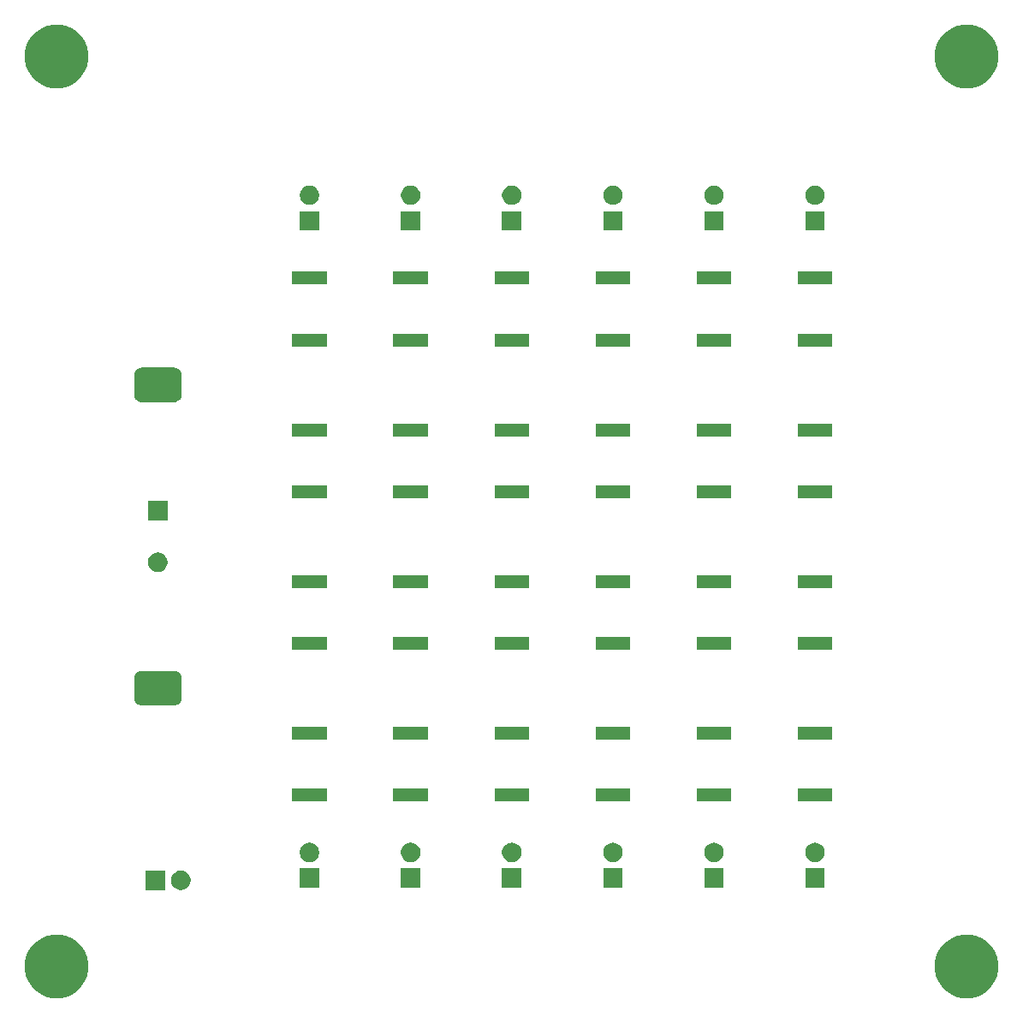
<source format=gts>
G04 #@! TF.GenerationSoftware,KiCad,Pcbnew,5.1.4-e60b266~84~ubuntu18.04.1*
G04 #@! TF.CreationDate,2019-09-12T23:07:35+01:00*
G04 #@! TF.ProjectId,load,6c6f6164-2e6b-4696-9361-645f70636258,rev?*
G04 #@! TF.SameCoordinates,Original*
G04 #@! TF.FileFunction,Soldermask,Top*
G04 #@! TF.FilePolarity,Negative*
%FSLAX46Y46*%
G04 Gerber Fmt 4.6, Leading zero omitted, Abs format (unit mm)*
G04 Created by KiCad (PCBNEW 5.1.4-e60b266~84~ubuntu18.04.1) date 2019-09-12 23:07:35*
%MOMM*%
%LPD*%
G04 APERTURE LIST*
%ADD10C,0.100000*%
G04 APERTURE END LIST*
D10*
G36*
X140396849Y-136867226D02*
G01*
X140918821Y-136971052D01*
X141492085Y-137208506D01*
X142008008Y-137553235D01*
X142446765Y-137991992D01*
X142791494Y-138507915D01*
X143028948Y-139081179D01*
X143150000Y-139689752D01*
X143150000Y-140310248D01*
X143028948Y-140918821D01*
X142791494Y-141492085D01*
X142446765Y-142008008D01*
X142008008Y-142446765D01*
X141492085Y-142791494D01*
X140918821Y-143028948D01*
X140396849Y-143132774D01*
X140310249Y-143150000D01*
X139689751Y-143150000D01*
X139603151Y-143132774D01*
X139081179Y-143028948D01*
X138507915Y-142791494D01*
X137991992Y-142446765D01*
X137553235Y-142008008D01*
X137208506Y-141492085D01*
X136971052Y-140918821D01*
X136850000Y-140310248D01*
X136850000Y-139689752D01*
X136971052Y-139081179D01*
X137208506Y-138507915D01*
X137553235Y-137991992D01*
X137991992Y-137553235D01*
X138507915Y-137208506D01*
X139081179Y-136971052D01*
X139603151Y-136867226D01*
X139689751Y-136850000D01*
X140310249Y-136850000D01*
X140396849Y-136867226D01*
X140396849Y-136867226D01*
G37*
G36*
X50396849Y-136867226D02*
G01*
X50918821Y-136971052D01*
X51492085Y-137208506D01*
X52008008Y-137553235D01*
X52446765Y-137991992D01*
X52791494Y-138507915D01*
X53028948Y-139081179D01*
X53150000Y-139689752D01*
X53150000Y-140310248D01*
X53028948Y-140918821D01*
X52791494Y-141492085D01*
X52446765Y-142008008D01*
X52008008Y-142446765D01*
X51492085Y-142791494D01*
X50918821Y-143028948D01*
X50396849Y-143132774D01*
X50310249Y-143150000D01*
X49689751Y-143150000D01*
X49603151Y-143132774D01*
X49081179Y-143028948D01*
X48507915Y-142791494D01*
X47991992Y-142446765D01*
X47553235Y-142008008D01*
X47208506Y-141492085D01*
X46971052Y-140918821D01*
X46850000Y-140310248D01*
X46850000Y-139689752D01*
X46971052Y-139081179D01*
X47208506Y-138507915D01*
X47553235Y-137991992D01*
X47991992Y-137553235D01*
X48507915Y-137208506D01*
X49081179Y-136971052D01*
X49603151Y-136867226D01*
X49689751Y-136850000D01*
X50310249Y-136850000D01*
X50396849Y-136867226D01*
X50396849Y-136867226D01*
G37*
G36*
X62457287Y-130558446D02*
G01*
X62550022Y-130576892D01*
X62724731Y-130649259D01*
X62881964Y-130754319D01*
X63015681Y-130888036D01*
X63120741Y-131045269D01*
X63193108Y-131219978D01*
X63230000Y-131405448D01*
X63230000Y-131594552D01*
X63193108Y-131780022D01*
X63120741Y-131954731D01*
X63015681Y-132111964D01*
X62881964Y-132245681D01*
X62724731Y-132350741D01*
X62550022Y-132423108D01*
X62457287Y-132441554D01*
X62364553Y-132460000D01*
X62175447Y-132460000D01*
X62082713Y-132441554D01*
X61989978Y-132423108D01*
X61815269Y-132350741D01*
X61658036Y-132245681D01*
X61524319Y-132111964D01*
X61419259Y-131954731D01*
X61346892Y-131780022D01*
X61310000Y-131594552D01*
X61310000Y-131405448D01*
X61346892Y-131219978D01*
X61419259Y-131045269D01*
X61524319Y-130888036D01*
X61658036Y-130754319D01*
X61815269Y-130649259D01*
X61989978Y-130576892D01*
X62082713Y-130558446D01*
X62175447Y-130540000D01*
X62364553Y-130540000D01*
X62457287Y-130558446D01*
X62457287Y-130558446D01*
G37*
G36*
X60690000Y-132460000D02*
G01*
X58770000Y-132460000D01*
X58770000Y-130540000D01*
X60690000Y-130540000D01*
X60690000Y-132460000D01*
X60690000Y-132460000D01*
G37*
G36*
X95960000Y-132230000D02*
G01*
X94040000Y-132230000D01*
X94040000Y-130310000D01*
X95960000Y-130310000D01*
X95960000Y-132230000D01*
X95960000Y-132230000D01*
G37*
G36*
X115960000Y-132230000D02*
G01*
X114040000Y-132230000D01*
X114040000Y-130310000D01*
X115960000Y-130310000D01*
X115960000Y-132230000D01*
X115960000Y-132230000D01*
G37*
G36*
X125960000Y-132230000D02*
G01*
X124040000Y-132230000D01*
X124040000Y-130310000D01*
X125960000Y-130310000D01*
X125960000Y-132230000D01*
X125960000Y-132230000D01*
G37*
G36*
X75960000Y-132230000D02*
G01*
X74040000Y-132230000D01*
X74040000Y-130310000D01*
X75960000Y-130310000D01*
X75960000Y-132230000D01*
X75960000Y-132230000D01*
G37*
G36*
X105960000Y-132230000D02*
G01*
X104040000Y-132230000D01*
X104040000Y-130310000D01*
X105960000Y-130310000D01*
X105960000Y-132230000D01*
X105960000Y-132230000D01*
G37*
G36*
X85960000Y-132230000D02*
G01*
X84040000Y-132230000D01*
X84040000Y-130310000D01*
X85960000Y-130310000D01*
X85960000Y-132230000D01*
X85960000Y-132230000D01*
G37*
G36*
X95187287Y-127788446D02*
G01*
X95280022Y-127806892D01*
X95454731Y-127879259D01*
X95611964Y-127984319D01*
X95745681Y-128118036D01*
X95850741Y-128275269D01*
X95923108Y-128449978D01*
X95960000Y-128635448D01*
X95960000Y-128824552D01*
X95923108Y-129010022D01*
X95850741Y-129184731D01*
X95745681Y-129341964D01*
X95611964Y-129475681D01*
X95454731Y-129580741D01*
X95280022Y-129653108D01*
X95187287Y-129671554D01*
X95094553Y-129690000D01*
X94905447Y-129690000D01*
X94812713Y-129671554D01*
X94719978Y-129653108D01*
X94545269Y-129580741D01*
X94388036Y-129475681D01*
X94254319Y-129341964D01*
X94149259Y-129184731D01*
X94076892Y-129010022D01*
X94040000Y-128824552D01*
X94040000Y-128635448D01*
X94076892Y-128449978D01*
X94149259Y-128275269D01*
X94254319Y-128118036D01*
X94388036Y-127984319D01*
X94545269Y-127879259D01*
X94719978Y-127806892D01*
X94812713Y-127788446D01*
X94905447Y-127770000D01*
X95094553Y-127770000D01*
X95187287Y-127788446D01*
X95187287Y-127788446D01*
G37*
G36*
X85187287Y-127788446D02*
G01*
X85280022Y-127806892D01*
X85454731Y-127879259D01*
X85611964Y-127984319D01*
X85745681Y-128118036D01*
X85850741Y-128275269D01*
X85923108Y-128449978D01*
X85960000Y-128635448D01*
X85960000Y-128824552D01*
X85923108Y-129010022D01*
X85850741Y-129184731D01*
X85745681Y-129341964D01*
X85611964Y-129475681D01*
X85454731Y-129580741D01*
X85280022Y-129653108D01*
X85187287Y-129671554D01*
X85094553Y-129690000D01*
X84905447Y-129690000D01*
X84812713Y-129671554D01*
X84719978Y-129653108D01*
X84545269Y-129580741D01*
X84388036Y-129475681D01*
X84254319Y-129341964D01*
X84149259Y-129184731D01*
X84076892Y-129010022D01*
X84040000Y-128824552D01*
X84040000Y-128635448D01*
X84076892Y-128449978D01*
X84149259Y-128275269D01*
X84254319Y-128118036D01*
X84388036Y-127984319D01*
X84545269Y-127879259D01*
X84719978Y-127806892D01*
X84812713Y-127788446D01*
X84905447Y-127770000D01*
X85094553Y-127770000D01*
X85187287Y-127788446D01*
X85187287Y-127788446D01*
G37*
G36*
X105187287Y-127788446D02*
G01*
X105280022Y-127806892D01*
X105454731Y-127879259D01*
X105611964Y-127984319D01*
X105745681Y-128118036D01*
X105850741Y-128275269D01*
X105923108Y-128449978D01*
X105960000Y-128635448D01*
X105960000Y-128824552D01*
X105923108Y-129010022D01*
X105850741Y-129184731D01*
X105745681Y-129341964D01*
X105611964Y-129475681D01*
X105454731Y-129580741D01*
X105280022Y-129653108D01*
X105187287Y-129671554D01*
X105094553Y-129690000D01*
X104905447Y-129690000D01*
X104812713Y-129671554D01*
X104719978Y-129653108D01*
X104545269Y-129580741D01*
X104388036Y-129475681D01*
X104254319Y-129341964D01*
X104149259Y-129184731D01*
X104076892Y-129010022D01*
X104040000Y-128824552D01*
X104040000Y-128635448D01*
X104076892Y-128449978D01*
X104149259Y-128275269D01*
X104254319Y-128118036D01*
X104388036Y-127984319D01*
X104545269Y-127879259D01*
X104719978Y-127806892D01*
X104812713Y-127788446D01*
X104905447Y-127770000D01*
X105094553Y-127770000D01*
X105187287Y-127788446D01*
X105187287Y-127788446D01*
G37*
G36*
X75187287Y-127788446D02*
G01*
X75280022Y-127806892D01*
X75454731Y-127879259D01*
X75611964Y-127984319D01*
X75745681Y-128118036D01*
X75850741Y-128275269D01*
X75923108Y-128449978D01*
X75960000Y-128635448D01*
X75960000Y-128824552D01*
X75923108Y-129010022D01*
X75850741Y-129184731D01*
X75745681Y-129341964D01*
X75611964Y-129475681D01*
X75454731Y-129580741D01*
X75280022Y-129653108D01*
X75187287Y-129671554D01*
X75094553Y-129690000D01*
X74905447Y-129690000D01*
X74812713Y-129671554D01*
X74719978Y-129653108D01*
X74545269Y-129580741D01*
X74388036Y-129475681D01*
X74254319Y-129341964D01*
X74149259Y-129184731D01*
X74076892Y-129010022D01*
X74040000Y-128824552D01*
X74040000Y-128635448D01*
X74076892Y-128449978D01*
X74149259Y-128275269D01*
X74254319Y-128118036D01*
X74388036Y-127984319D01*
X74545269Y-127879259D01*
X74719978Y-127806892D01*
X74812713Y-127788446D01*
X74905447Y-127770000D01*
X75094553Y-127770000D01*
X75187287Y-127788446D01*
X75187287Y-127788446D01*
G37*
G36*
X125187287Y-127788446D02*
G01*
X125280022Y-127806892D01*
X125454731Y-127879259D01*
X125611964Y-127984319D01*
X125745681Y-128118036D01*
X125850741Y-128275269D01*
X125923108Y-128449978D01*
X125960000Y-128635448D01*
X125960000Y-128824552D01*
X125923108Y-129010022D01*
X125850741Y-129184731D01*
X125745681Y-129341964D01*
X125611964Y-129475681D01*
X125454731Y-129580741D01*
X125280022Y-129653108D01*
X125187287Y-129671554D01*
X125094553Y-129690000D01*
X124905447Y-129690000D01*
X124812713Y-129671554D01*
X124719978Y-129653108D01*
X124545269Y-129580741D01*
X124388036Y-129475681D01*
X124254319Y-129341964D01*
X124149259Y-129184731D01*
X124076892Y-129010022D01*
X124040000Y-128824552D01*
X124040000Y-128635448D01*
X124076892Y-128449978D01*
X124149259Y-128275269D01*
X124254319Y-128118036D01*
X124388036Y-127984319D01*
X124545269Y-127879259D01*
X124719978Y-127806892D01*
X124812713Y-127788446D01*
X124905447Y-127770000D01*
X125094553Y-127770000D01*
X125187287Y-127788446D01*
X125187287Y-127788446D01*
G37*
G36*
X115187287Y-127788446D02*
G01*
X115280022Y-127806892D01*
X115454731Y-127879259D01*
X115611964Y-127984319D01*
X115745681Y-128118036D01*
X115850741Y-128275269D01*
X115923108Y-128449978D01*
X115960000Y-128635448D01*
X115960000Y-128824552D01*
X115923108Y-129010022D01*
X115850741Y-129184731D01*
X115745681Y-129341964D01*
X115611964Y-129475681D01*
X115454731Y-129580741D01*
X115280022Y-129653108D01*
X115187287Y-129671554D01*
X115094553Y-129690000D01*
X114905447Y-129690000D01*
X114812713Y-129671554D01*
X114719978Y-129653108D01*
X114545269Y-129580741D01*
X114388036Y-129475681D01*
X114254319Y-129341964D01*
X114149259Y-129184731D01*
X114076892Y-129010022D01*
X114040000Y-128824552D01*
X114040000Y-128635448D01*
X114076892Y-128449978D01*
X114149259Y-128275269D01*
X114254319Y-128118036D01*
X114388036Y-127984319D01*
X114545269Y-127879259D01*
X114719978Y-127806892D01*
X114812713Y-127788446D01*
X114905447Y-127770000D01*
X115094553Y-127770000D01*
X115187287Y-127788446D01*
X115187287Y-127788446D01*
G37*
G36*
X116710000Y-123685000D02*
G01*
X113290000Y-123685000D01*
X113290000Y-122415000D01*
X116710000Y-122415000D01*
X116710000Y-123685000D01*
X116710000Y-123685000D01*
G37*
G36*
X126710000Y-123685000D02*
G01*
X123290000Y-123685000D01*
X123290000Y-122415000D01*
X126710000Y-122415000D01*
X126710000Y-123685000D01*
X126710000Y-123685000D01*
G37*
G36*
X106710000Y-123685000D02*
G01*
X103290000Y-123685000D01*
X103290000Y-122415000D01*
X106710000Y-122415000D01*
X106710000Y-123685000D01*
X106710000Y-123685000D01*
G37*
G36*
X96710000Y-123685000D02*
G01*
X93290000Y-123685000D01*
X93290000Y-122415000D01*
X96710000Y-122415000D01*
X96710000Y-123685000D01*
X96710000Y-123685000D01*
G37*
G36*
X86710000Y-123685000D02*
G01*
X83290000Y-123685000D01*
X83290000Y-122415000D01*
X86710000Y-122415000D01*
X86710000Y-123685000D01*
X86710000Y-123685000D01*
G37*
G36*
X76710000Y-123685000D02*
G01*
X73290000Y-123685000D01*
X73290000Y-122415000D01*
X76710000Y-122415000D01*
X76710000Y-123685000D01*
X76710000Y-123685000D01*
G37*
G36*
X126710000Y-117585000D02*
G01*
X123290000Y-117585000D01*
X123290000Y-116315000D01*
X126710000Y-116315000D01*
X126710000Y-117585000D01*
X126710000Y-117585000D01*
G37*
G36*
X76710000Y-117585000D02*
G01*
X73290000Y-117585000D01*
X73290000Y-116315000D01*
X76710000Y-116315000D01*
X76710000Y-117585000D01*
X76710000Y-117585000D01*
G37*
G36*
X86710000Y-117585000D02*
G01*
X83290000Y-117585000D01*
X83290000Y-116315000D01*
X86710000Y-116315000D01*
X86710000Y-117585000D01*
X86710000Y-117585000D01*
G37*
G36*
X106710000Y-117585000D02*
G01*
X103290000Y-117585000D01*
X103290000Y-116315000D01*
X106710000Y-116315000D01*
X106710000Y-117585000D01*
X106710000Y-117585000D01*
G37*
G36*
X116710000Y-117585000D02*
G01*
X113290000Y-117585000D01*
X113290000Y-116315000D01*
X116710000Y-116315000D01*
X116710000Y-117585000D01*
X116710000Y-117585000D01*
G37*
G36*
X96710000Y-117585000D02*
G01*
X93290000Y-117585000D01*
X93290000Y-116315000D01*
X96710000Y-116315000D01*
X96710000Y-117585000D01*
X96710000Y-117585000D01*
G37*
G36*
X61721989Y-110805820D02*
G01*
X61870548Y-110850885D01*
X62007452Y-110924062D01*
X62127455Y-111022545D01*
X62225938Y-111142548D01*
X62299115Y-111279452D01*
X62344180Y-111428011D01*
X62360000Y-111588640D01*
X62360000Y-113411360D01*
X62344180Y-113571989D01*
X62299115Y-113720548D01*
X62225938Y-113857452D01*
X62127455Y-113977455D01*
X62007452Y-114075938D01*
X61870548Y-114149115D01*
X61721989Y-114194180D01*
X61561360Y-114210000D01*
X58438640Y-114210000D01*
X58278011Y-114194180D01*
X58129452Y-114149115D01*
X57992548Y-114075938D01*
X57872545Y-113977455D01*
X57774062Y-113857452D01*
X57700885Y-113720548D01*
X57655820Y-113571989D01*
X57640000Y-113411360D01*
X57640000Y-111588640D01*
X57655820Y-111428011D01*
X57700885Y-111279452D01*
X57774062Y-111142548D01*
X57872545Y-111022545D01*
X57992548Y-110924062D01*
X58129452Y-110850885D01*
X58278011Y-110805820D01*
X58438640Y-110790000D01*
X61561360Y-110790000D01*
X61721989Y-110805820D01*
X61721989Y-110805820D01*
G37*
G36*
X86710000Y-108685000D02*
G01*
X83290000Y-108685000D01*
X83290000Y-107415000D01*
X86710000Y-107415000D01*
X86710000Y-108685000D01*
X86710000Y-108685000D01*
G37*
G36*
X76710000Y-108685000D02*
G01*
X73290000Y-108685000D01*
X73290000Y-107415000D01*
X76710000Y-107415000D01*
X76710000Y-108685000D01*
X76710000Y-108685000D01*
G37*
G36*
X96710000Y-108685000D02*
G01*
X93290000Y-108685000D01*
X93290000Y-107415000D01*
X96710000Y-107415000D01*
X96710000Y-108685000D01*
X96710000Y-108685000D01*
G37*
G36*
X106710000Y-108685000D02*
G01*
X103290000Y-108685000D01*
X103290000Y-107415000D01*
X106710000Y-107415000D01*
X106710000Y-108685000D01*
X106710000Y-108685000D01*
G37*
G36*
X116710000Y-108685000D02*
G01*
X113290000Y-108685000D01*
X113290000Y-107415000D01*
X116710000Y-107415000D01*
X116710000Y-108685000D01*
X116710000Y-108685000D01*
G37*
G36*
X126710000Y-108685000D02*
G01*
X123290000Y-108685000D01*
X123290000Y-107415000D01*
X126710000Y-107415000D01*
X126710000Y-108685000D01*
X126710000Y-108685000D01*
G37*
G36*
X126710000Y-102585000D02*
G01*
X123290000Y-102585000D01*
X123290000Y-101315000D01*
X126710000Y-101315000D01*
X126710000Y-102585000D01*
X126710000Y-102585000D01*
G37*
G36*
X116710000Y-102585000D02*
G01*
X113290000Y-102585000D01*
X113290000Y-101315000D01*
X116710000Y-101315000D01*
X116710000Y-102585000D01*
X116710000Y-102585000D01*
G37*
G36*
X106710000Y-102585000D02*
G01*
X103290000Y-102585000D01*
X103290000Y-101315000D01*
X106710000Y-101315000D01*
X106710000Y-102585000D01*
X106710000Y-102585000D01*
G37*
G36*
X96710000Y-102585000D02*
G01*
X93290000Y-102585000D01*
X93290000Y-101315000D01*
X96710000Y-101315000D01*
X96710000Y-102585000D01*
X96710000Y-102585000D01*
G37*
G36*
X86710000Y-102585000D02*
G01*
X83290000Y-102585000D01*
X83290000Y-101315000D01*
X86710000Y-101315000D01*
X86710000Y-102585000D01*
X86710000Y-102585000D01*
G37*
G36*
X76710000Y-102585000D02*
G01*
X73290000Y-102585000D01*
X73290000Y-101315000D01*
X76710000Y-101315000D01*
X76710000Y-102585000D01*
X76710000Y-102585000D01*
G37*
G36*
X60187287Y-99098446D02*
G01*
X60280022Y-99116892D01*
X60454731Y-99189259D01*
X60611964Y-99294319D01*
X60745681Y-99428036D01*
X60850741Y-99585269D01*
X60923108Y-99759978D01*
X60960000Y-99945448D01*
X60960000Y-100134552D01*
X60923108Y-100320022D01*
X60850741Y-100494731D01*
X60745681Y-100651964D01*
X60611964Y-100785681D01*
X60454731Y-100890741D01*
X60280022Y-100963108D01*
X60187287Y-100981554D01*
X60094553Y-101000000D01*
X59905447Y-101000000D01*
X59812713Y-100981554D01*
X59719978Y-100963108D01*
X59545269Y-100890741D01*
X59388036Y-100785681D01*
X59254319Y-100651964D01*
X59149259Y-100494731D01*
X59076892Y-100320022D01*
X59040000Y-100134552D01*
X59040000Y-99945448D01*
X59076892Y-99759978D01*
X59149259Y-99585269D01*
X59254319Y-99428036D01*
X59388036Y-99294319D01*
X59545269Y-99189259D01*
X59719978Y-99116892D01*
X59812713Y-99098446D01*
X59905447Y-99080000D01*
X60094553Y-99080000D01*
X60187287Y-99098446D01*
X60187287Y-99098446D01*
G37*
G36*
X60960000Y-95920000D02*
G01*
X59040000Y-95920000D01*
X59040000Y-94000000D01*
X60960000Y-94000000D01*
X60960000Y-95920000D01*
X60960000Y-95920000D01*
G37*
G36*
X96710000Y-93685000D02*
G01*
X93290000Y-93685000D01*
X93290000Y-92415000D01*
X96710000Y-92415000D01*
X96710000Y-93685000D01*
X96710000Y-93685000D01*
G37*
G36*
X116710000Y-93685000D02*
G01*
X113290000Y-93685000D01*
X113290000Y-92415000D01*
X116710000Y-92415000D01*
X116710000Y-93685000D01*
X116710000Y-93685000D01*
G37*
G36*
X86710000Y-93685000D02*
G01*
X83290000Y-93685000D01*
X83290000Y-92415000D01*
X86710000Y-92415000D01*
X86710000Y-93685000D01*
X86710000Y-93685000D01*
G37*
G36*
X76710000Y-93685000D02*
G01*
X73290000Y-93685000D01*
X73290000Y-92415000D01*
X76710000Y-92415000D01*
X76710000Y-93685000D01*
X76710000Y-93685000D01*
G37*
G36*
X126710000Y-93685000D02*
G01*
X123290000Y-93685000D01*
X123290000Y-92415000D01*
X126710000Y-92415000D01*
X126710000Y-93685000D01*
X126710000Y-93685000D01*
G37*
G36*
X106710000Y-93685000D02*
G01*
X103290000Y-93685000D01*
X103290000Y-92415000D01*
X106710000Y-92415000D01*
X106710000Y-93685000D01*
X106710000Y-93685000D01*
G37*
G36*
X96710000Y-87585000D02*
G01*
X93290000Y-87585000D01*
X93290000Y-86315000D01*
X96710000Y-86315000D01*
X96710000Y-87585000D01*
X96710000Y-87585000D01*
G37*
G36*
X86710000Y-87585000D02*
G01*
X83290000Y-87585000D01*
X83290000Y-86315000D01*
X86710000Y-86315000D01*
X86710000Y-87585000D01*
X86710000Y-87585000D01*
G37*
G36*
X126710000Y-87585000D02*
G01*
X123290000Y-87585000D01*
X123290000Y-86315000D01*
X126710000Y-86315000D01*
X126710000Y-87585000D01*
X126710000Y-87585000D01*
G37*
G36*
X76710000Y-87585000D02*
G01*
X73290000Y-87585000D01*
X73290000Y-86315000D01*
X76710000Y-86315000D01*
X76710000Y-87585000D01*
X76710000Y-87585000D01*
G37*
G36*
X106710000Y-87585000D02*
G01*
X103290000Y-87585000D01*
X103290000Y-86315000D01*
X106710000Y-86315000D01*
X106710000Y-87585000D01*
X106710000Y-87585000D01*
G37*
G36*
X116710000Y-87585000D02*
G01*
X113290000Y-87585000D01*
X113290000Y-86315000D01*
X116710000Y-86315000D01*
X116710000Y-87585000D01*
X116710000Y-87585000D01*
G37*
G36*
X61721989Y-80805820D02*
G01*
X61870548Y-80850885D01*
X62007452Y-80924062D01*
X62127455Y-81022545D01*
X62225938Y-81142548D01*
X62299115Y-81279452D01*
X62344180Y-81428011D01*
X62360000Y-81588640D01*
X62360000Y-83411360D01*
X62344180Y-83571989D01*
X62299115Y-83720548D01*
X62225938Y-83857452D01*
X62127455Y-83977455D01*
X62007452Y-84075938D01*
X61870548Y-84149115D01*
X61721989Y-84194180D01*
X61561360Y-84210000D01*
X58438640Y-84210000D01*
X58278011Y-84194180D01*
X58129452Y-84149115D01*
X57992548Y-84075938D01*
X57872545Y-83977455D01*
X57774062Y-83857452D01*
X57700885Y-83720548D01*
X57655820Y-83571989D01*
X57640000Y-83411360D01*
X57640000Y-81588640D01*
X57655820Y-81428011D01*
X57700885Y-81279452D01*
X57774062Y-81142548D01*
X57872545Y-81022545D01*
X57992548Y-80924062D01*
X58129452Y-80850885D01*
X58278011Y-80805820D01*
X58438640Y-80790000D01*
X61561360Y-80790000D01*
X61721989Y-80805820D01*
X61721989Y-80805820D01*
G37*
G36*
X116710000Y-78685000D02*
G01*
X113290000Y-78685000D01*
X113290000Y-77415000D01*
X116710000Y-77415000D01*
X116710000Y-78685000D01*
X116710000Y-78685000D01*
G37*
G36*
X106710000Y-78685000D02*
G01*
X103290000Y-78685000D01*
X103290000Y-77415000D01*
X106710000Y-77415000D01*
X106710000Y-78685000D01*
X106710000Y-78685000D01*
G37*
G36*
X96710000Y-78685000D02*
G01*
X93290000Y-78685000D01*
X93290000Y-77415000D01*
X96710000Y-77415000D01*
X96710000Y-78685000D01*
X96710000Y-78685000D01*
G37*
G36*
X76710000Y-78685000D02*
G01*
X73290000Y-78685000D01*
X73290000Y-77415000D01*
X76710000Y-77415000D01*
X76710000Y-78685000D01*
X76710000Y-78685000D01*
G37*
G36*
X86710000Y-78685000D02*
G01*
X83290000Y-78685000D01*
X83290000Y-77415000D01*
X86710000Y-77415000D01*
X86710000Y-78685000D01*
X86710000Y-78685000D01*
G37*
G36*
X126710000Y-78685000D02*
G01*
X123290000Y-78685000D01*
X123290000Y-77415000D01*
X126710000Y-77415000D01*
X126710000Y-78685000D01*
X126710000Y-78685000D01*
G37*
G36*
X106710000Y-72585000D02*
G01*
X103290000Y-72585000D01*
X103290000Y-71315000D01*
X106710000Y-71315000D01*
X106710000Y-72585000D01*
X106710000Y-72585000D01*
G37*
G36*
X126710000Y-72585000D02*
G01*
X123290000Y-72585000D01*
X123290000Y-71315000D01*
X126710000Y-71315000D01*
X126710000Y-72585000D01*
X126710000Y-72585000D01*
G37*
G36*
X116710000Y-72585000D02*
G01*
X113290000Y-72585000D01*
X113290000Y-71315000D01*
X116710000Y-71315000D01*
X116710000Y-72585000D01*
X116710000Y-72585000D01*
G37*
G36*
X86710000Y-72585000D02*
G01*
X83290000Y-72585000D01*
X83290000Y-71315000D01*
X86710000Y-71315000D01*
X86710000Y-72585000D01*
X86710000Y-72585000D01*
G37*
G36*
X96710000Y-72585000D02*
G01*
X93290000Y-72585000D01*
X93290000Y-71315000D01*
X96710000Y-71315000D01*
X96710000Y-72585000D01*
X96710000Y-72585000D01*
G37*
G36*
X76710000Y-72585000D02*
G01*
X73290000Y-72585000D01*
X73290000Y-71315000D01*
X76710000Y-71315000D01*
X76710000Y-72585000D01*
X76710000Y-72585000D01*
G37*
G36*
X125960000Y-67230000D02*
G01*
X124040000Y-67230000D01*
X124040000Y-65310000D01*
X125960000Y-65310000D01*
X125960000Y-67230000D01*
X125960000Y-67230000D01*
G37*
G36*
X115960000Y-67230000D02*
G01*
X114040000Y-67230000D01*
X114040000Y-65310000D01*
X115960000Y-65310000D01*
X115960000Y-67230000D01*
X115960000Y-67230000D01*
G37*
G36*
X105960000Y-67230000D02*
G01*
X104040000Y-67230000D01*
X104040000Y-65310000D01*
X105960000Y-65310000D01*
X105960000Y-67230000D01*
X105960000Y-67230000D01*
G37*
G36*
X95960000Y-67230000D02*
G01*
X94040000Y-67230000D01*
X94040000Y-65310000D01*
X95960000Y-65310000D01*
X95960000Y-67230000D01*
X95960000Y-67230000D01*
G37*
G36*
X75960000Y-67230000D02*
G01*
X74040000Y-67230000D01*
X74040000Y-65310000D01*
X75960000Y-65310000D01*
X75960000Y-67230000D01*
X75960000Y-67230000D01*
G37*
G36*
X85960000Y-67230000D02*
G01*
X84040000Y-67230000D01*
X84040000Y-65310000D01*
X85960000Y-65310000D01*
X85960000Y-67230000D01*
X85960000Y-67230000D01*
G37*
G36*
X75187287Y-62788446D02*
G01*
X75280022Y-62806892D01*
X75454731Y-62879259D01*
X75611964Y-62984319D01*
X75745681Y-63118036D01*
X75850741Y-63275269D01*
X75923108Y-63449978D01*
X75960000Y-63635448D01*
X75960000Y-63824552D01*
X75923108Y-64010022D01*
X75850741Y-64184731D01*
X75745681Y-64341964D01*
X75611964Y-64475681D01*
X75454731Y-64580741D01*
X75280022Y-64653108D01*
X75187287Y-64671554D01*
X75094553Y-64690000D01*
X74905447Y-64690000D01*
X74812713Y-64671554D01*
X74719978Y-64653108D01*
X74545269Y-64580741D01*
X74388036Y-64475681D01*
X74254319Y-64341964D01*
X74149259Y-64184731D01*
X74076892Y-64010022D01*
X74040000Y-63824552D01*
X74040000Y-63635448D01*
X74076892Y-63449978D01*
X74149259Y-63275269D01*
X74254319Y-63118036D01*
X74388036Y-62984319D01*
X74545269Y-62879259D01*
X74719978Y-62806892D01*
X74812713Y-62788446D01*
X74905447Y-62770000D01*
X75094553Y-62770000D01*
X75187287Y-62788446D01*
X75187287Y-62788446D01*
G37*
G36*
X125187287Y-62788446D02*
G01*
X125280022Y-62806892D01*
X125454731Y-62879259D01*
X125611964Y-62984319D01*
X125745681Y-63118036D01*
X125850741Y-63275269D01*
X125923108Y-63449978D01*
X125960000Y-63635448D01*
X125960000Y-63824552D01*
X125923108Y-64010022D01*
X125850741Y-64184731D01*
X125745681Y-64341964D01*
X125611964Y-64475681D01*
X125454731Y-64580741D01*
X125280022Y-64653108D01*
X125187287Y-64671554D01*
X125094553Y-64690000D01*
X124905447Y-64690000D01*
X124812713Y-64671554D01*
X124719978Y-64653108D01*
X124545269Y-64580741D01*
X124388036Y-64475681D01*
X124254319Y-64341964D01*
X124149259Y-64184731D01*
X124076892Y-64010022D01*
X124040000Y-63824552D01*
X124040000Y-63635448D01*
X124076892Y-63449978D01*
X124149259Y-63275269D01*
X124254319Y-63118036D01*
X124388036Y-62984319D01*
X124545269Y-62879259D01*
X124719978Y-62806892D01*
X124812713Y-62788446D01*
X124905447Y-62770000D01*
X125094553Y-62770000D01*
X125187287Y-62788446D01*
X125187287Y-62788446D01*
G37*
G36*
X115187287Y-62788446D02*
G01*
X115280022Y-62806892D01*
X115454731Y-62879259D01*
X115611964Y-62984319D01*
X115745681Y-63118036D01*
X115850741Y-63275269D01*
X115923108Y-63449978D01*
X115960000Y-63635448D01*
X115960000Y-63824552D01*
X115923108Y-64010022D01*
X115850741Y-64184731D01*
X115745681Y-64341964D01*
X115611964Y-64475681D01*
X115454731Y-64580741D01*
X115280022Y-64653108D01*
X115187287Y-64671554D01*
X115094553Y-64690000D01*
X114905447Y-64690000D01*
X114812713Y-64671554D01*
X114719978Y-64653108D01*
X114545269Y-64580741D01*
X114388036Y-64475681D01*
X114254319Y-64341964D01*
X114149259Y-64184731D01*
X114076892Y-64010022D01*
X114040000Y-63824552D01*
X114040000Y-63635448D01*
X114076892Y-63449978D01*
X114149259Y-63275269D01*
X114254319Y-63118036D01*
X114388036Y-62984319D01*
X114545269Y-62879259D01*
X114719978Y-62806892D01*
X114812713Y-62788446D01*
X114905447Y-62770000D01*
X115094553Y-62770000D01*
X115187287Y-62788446D01*
X115187287Y-62788446D01*
G37*
G36*
X85187287Y-62788446D02*
G01*
X85280022Y-62806892D01*
X85454731Y-62879259D01*
X85611964Y-62984319D01*
X85745681Y-63118036D01*
X85850741Y-63275269D01*
X85923108Y-63449978D01*
X85960000Y-63635448D01*
X85960000Y-63824552D01*
X85923108Y-64010022D01*
X85850741Y-64184731D01*
X85745681Y-64341964D01*
X85611964Y-64475681D01*
X85454731Y-64580741D01*
X85280022Y-64653108D01*
X85187287Y-64671554D01*
X85094553Y-64690000D01*
X84905447Y-64690000D01*
X84812713Y-64671554D01*
X84719978Y-64653108D01*
X84545269Y-64580741D01*
X84388036Y-64475681D01*
X84254319Y-64341964D01*
X84149259Y-64184731D01*
X84076892Y-64010022D01*
X84040000Y-63824552D01*
X84040000Y-63635448D01*
X84076892Y-63449978D01*
X84149259Y-63275269D01*
X84254319Y-63118036D01*
X84388036Y-62984319D01*
X84545269Y-62879259D01*
X84719978Y-62806892D01*
X84812713Y-62788446D01*
X84905447Y-62770000D01*
X85094553Y-62770000D01*
X85187287Y-62788446D01*
X85187287Y-62788446D01*
G37*
G36*
X105187287Y-62788446D02*
G01*
X105280022Y-62806892D01*
X105454731Y-62879259D01*
X105611964Y-62984319D01*
X105745681Y-63118036D01*
X105850741Y-63275269D01*
X105923108Y-63449978D01*
X105960000Y-63635448D01*
X105960000Y-63824552D01*
X105923108Y-64010022D01*
X105850741Y-64184731D01*
X105745681Y-64341964D01*
X105611964Y-64475681D01*
X105454731Y-64580741D01*
X105280022Y-64653108D01*
X105187287Y-64671554D01*
X105094553Y-64690000D01*
X104905447Y-64690000D01*
X104812713Y-64671554D01*
X104719978Y-64653108D01*
X104545269Y-64580741D01*
X104388036Y-64475681D01*
X104254319Y-64341964D01*
X104149259Y-64184731D01*
X104076892Y-64010022D01*
X104040000Y-63824552D01*
X104040000Y-63635448D01*
X104076892Y-63449978D01*
X104149259Y-63275269D01*
X104254319Y-63118036D01*
X104388036Y-62984319D01*
X104545269Y-62879259D01*
X104719978Y-62806892D01*
X104812713Y-62788446D01*
X104905447Y-62770000D01*
X105094553Y-62770000D01*
X105187287Y-62788446D01*
X105187287Y-62788446D01*
G37*
G36*
X95187287Y-62788446D02*
G01*
X95280022Y-62806892D01*
X95454731Y-62879259D01*
X95611964Y-62984319D01*
X95745681Y-63118036D01*
X95850741Y-63275269D01*
X95923108Y-63449978D01*
X95960000Y-63635448D01*
X95960000Y-63824552D01*
X95923108Y-64010022D01*
X95850741Y-64184731D01*
X95745681Y-64341964D01*
X95611964Y-64475681D01*
X95454731Y-64580741D01*
X95280022Y-64653108D01*
X95187287Y-64671554D01*
X95094553Y-64690000D01*
X94905447Y-64690000D01*
X94812713Y-64671554D01*
X94719978Y-64653108D01*
X94545269Y-64580741D01*
X94388036Y-64475681D01*
X94254319Y-64341964D01*
X94149259Y-64184731D01*
X94076892Y-64010022D01*
X94040000Y-63824552D01*
X94040000Y-63635448D01*
X94076892Y-63449978D01*
X94149259Y-63275269D01*
X94254319Y-63118036D01*
X94388036Y-62984319D01*
X94545269Y-62879259D01*
X94719978Y-62806892D01*
X94812713Y-62788446D01*
X94905447Y-62770000D01*
X95094553Y-62770000D01*
X95187287Y-62788446D01*
X95187287Y-62788446D01*
G37*
G36*
X50396849Y-46867226D02*
G01*
X50918821Y-46971052D01*
X51492085Y-47208506D01*
X52008008Y-47553235D01*
X52446765Y-47991992D01*
X52791494Y-48507915D01*
X53028948Y-49081179D01*
X53150000Y-49689752D01*
X53150000Y-50310248D01*
X53028948Y-50918821D01*
X52791494Y-51492085D01*
X52446765Y-52008008D01*
X52008008Y-52446765D01*
X51492085Y-52791494D01*
X50918821Y-53028948D01*
X50396849Y-53132774D01*
X50310249Y-53150000D01*
X49689751Y-53150000D01*
X49603151Y-53132774D01*
X49081179Y-53028948D01*
X48507915Y-52791494D01*
X47991992Y-52446765D01*
X47553235Y-52008008D01*
X47208506Y-51492085D01*
X46971052Y-50918821D01*
X46850000Y-50310248D01*
X46850000Y-49689752D01*
X46971052Y-49081179D01*
X47208506Y-48507915D01*
X47553235Y-47991992D01*
X47991992Y-47553235D01*
X48507915Y-47208506D01*
X49081179Y-46971052D01*
X49603151Y-46867226D01*
X49689751Y-46850000D01*
X50310249Y-46850000D01*
X50396849Y-46867226D01*
X50396849Y-46867226D01*
G37*
G36*
X140396849Y-46867226D02*
G01*
X140918821Y-46971052D01*
X141492085Y-47208506D01*
X142008008Y-47553235D01*
X142446765Y-47991992D01*
X142791494Y-48507915D01*
X143028948Y-49081179D01*
X143150000Y-49689752D01*
X143150000Y-50310248D01*
X143028948Y-50918821D01*
X142791494Y-51492085D01*
X142446765Y-52008008D01*
X142008008Y-52446765D01*
X141492085Y-52791494D01*
X140918821Y-53028948D01*
X140396849Y-53132774D01*
X140310249Y-53150000D01*
X139689751Y-53150000D01*
X139603151Y-53132774D01*
X139081179Y-53028948D01*
X138507915Y-52791494D01*
X137991992Y-52446765D01*
X137553235Y-52008008D01*
X137208506Y-51492085D01*
X136971052Y-50918821D01*
X136850000Y-50310248D01*
X136850000Y-49689752D01*
X136971052Y-49081179D01*
X137208506Y-48507915D01*
X137553235Y-47991992D01*
X137991992Y-47553235D01*
X138507915Y-47208506D01*
X139081179Y-46971052D01*
X139603151Y-46867226D01*
X139689751Y-46850000D01*
X140310249Y-46850000D01*
X140396849Y-46867226D01*
X140396849Y-46867226D01*
G37*
M02*

</source>
